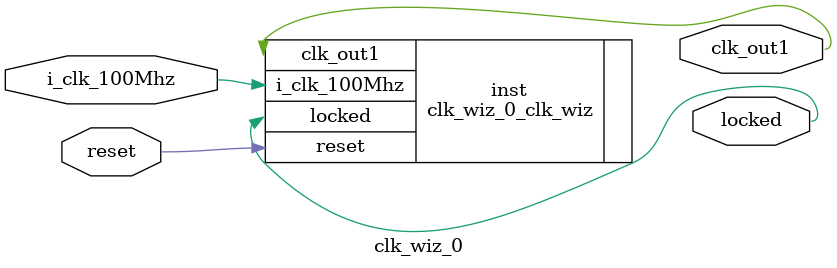
<source format=v>


`timescale 1ps/1ps

(* CORE_GENERATION_INFO = "clk_wiz_0,clk_wiz_v6_0_5_0_0,{component_name=clk_wiz_0,use_phase_alignment=true,use_min_o_jitter=false,use_max_i_jitter=false,use_dyn_phase_shift=false,use_inclk_switchover=false,use_dyn_reconfig=false,enable_axi=0,feedback_source=FDBK_AUTO,PRIMITIVE=PLL,num_out_clk=1,clkin1_period=10.000,clkin2_period=10.000,use_power_down=false,use_reset=true,use_locked=true,use_inclk_stopped=false,feedback_type=SINGLE,CLOCK_MGR_TYPE=NA,manual_override=false}" *)

module clk_wiz_0 
 (
  // Clock out ports
  output        clk_out1,
  // Status and control signals
  input         reset,
  output        locked,
 // Clock in ports
  input         i_clk_100Mhz
 );

  clk_wiz_0_clk_wiz inst
  (
  // Clock out ports  
  .clk_out1(clk_out1),
  // Status and control signals               
  .reset(reset), 
  .locked(locked),
 // Clock in ports
  .i_clk_100Mhz(i_clk_100Mhz)
  );

endmodule

</source>
